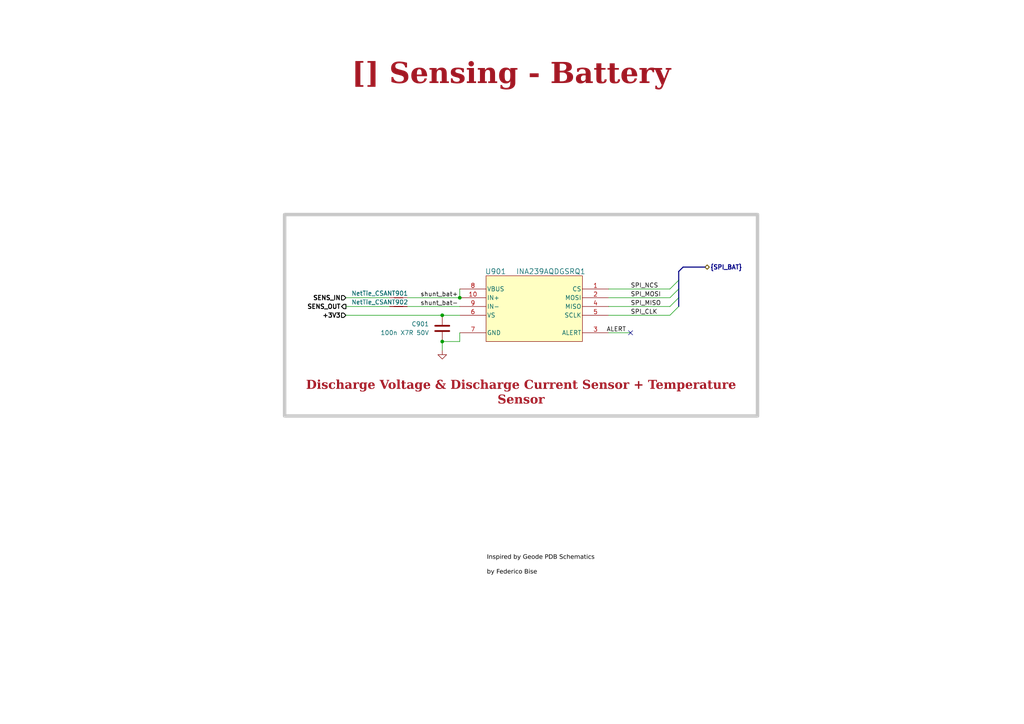
<source format=kicad_sch>
(kicad_sch (version 20231120) (generator "eeschema") (generator_version "8.0")
  (paper "A4")
  (title_block (title "Sensing - Battery") (date "Last Modified Date") (rev "${REVISION}") (company "${COMPANY}"))
  (lib_symbols
    (symbol "Charge_Manager_SYM:INA239AQDGSRQ1" (pin_names (offset 0.254))
      (property "Reference" "U901" (at 32.766 5.08 0))
      (property "Value" "INA239AQDGSRQ1" (at 16.764 5.08 0))
      (symbol "INA239AQDGSRQ1_0_1"
        (pin input line (at 0 0 0) (length 7.62) (name "CS") (number "1"))
        (pin input line (at 43.18 -2.54 180) (length 7.62) (name "IN+") (number "10"))
        (pin input line (at 0 -2.54 0) (length 7.62) (name "MOSI") (number "2"))
        (pin output line (at 0 -12.7 0) (length 7.62) (name "ALERT") (number "3"))
        (pin output line (at 0 -5.08 0) (length 7.62) (name "MISO") (number "4"))
        (pin input line (at 0 -7.62 0) (length 7.62) (name "SCLK") (number "5"))
        (pin power_in line (at 43.18 -7.62 180) (length 7.62) (name "VS") (number "6"))
        (pin power_out line (at 43.18 -12.7 180) (length 7.62) (name "GND") (number "7"))
        (pin input line (at 43.18 0 180) (length 7.62) (name "VBUS") (number "8"))
        (pin input line (at 43.18 -5.08 180) (length 7.62) (name "IN-") (number "9"))
      )
      (symbol "INA239AQDGSRQ1_1_1"
        (rectangle (start 7.62 3.81) (end 35.56 -15.24) (fill (type background)))
      )
    )
    (symbol "Device:C" (pin_numbers hide) (pin_names (offset 0.254))
      (property "Reference" "C" (at 0.635 2.54 0))
      (property "Value" "C" (at 0.635 -2.54 0))
      (symbol "C_0_1"
        (polyline (pts (xy -2.032 -0.762) (xy 2.032 -0.762)) (stroke (width 0.508)))
        (polyline (pts (xy -2.032 0.762) (xy 2.032 0.762)) (stroke (width 0.508)))
      )
      (symbol "C_1_1"
        (pin passive line (at 0 3.81 270) (length 2.794) (name "~") (number "1"))
        (pin passive line (at 0 -3.81 90) (length 2.794) (name "~") (number "2"))
      )
    )
    (symbol "Device:NetTie_2" (pin_numbers hide) (pin_names (offset 0) hide) (in_bom no)
      (property "Reference" "NT" (at 0 1.27 0))
      (property "Value" "NetTie_2" (at 0 -1.27 0))
      (symbol "NetTie_2_0_1"
        (polyline (pts (xy -1.27 0) (xy 1.27 0)) (stroke (width 0.254)))
      )
      (symbol "NetTie_2_1_1"
        (pin passive line (at -2.54 0 0) (length 2.54) (name "1") (number "1"))
        (pin passive line (at 2.54 0 180) (length 2.54) (name "2") (number "2"))
      )
    )
    (symbol "power:GND" (power) (pin_numbers hide) (pin_names (offset 0) hide)
      (property "Value" "GND" (at 0 -3.81 0))
      (symbol "GND_0_1"
        (polyline (pts (xy 0 0) (xy 0 -1.27) (xy 1.27 -1.27) (xy 0 -2.54) (xy -1.27 -1.27) (xy 0 -1.27)))
      )
      (symbol "GND_1_1"
        (pin power_in line (at 0 0 270) (length 0) (name "~") (number "1"))
      )
    )
  )
  (junction (at 128.27 91.44))
  (junction (at 128.27 99.06))
  (junction (at 133.35 86.36))
  (no_connect (at 182.88 96.52))
  (bus_entry (at 196.85 81.28) (size -2.54 2.54))
  (bus_entry (at 196.85 86.36) (size -2.54 2.54))
  (bus_entry (at 196.85 83.82) (size -2.54 2.54))
  (bus_entry (at 196.85 88.9) (size -2.54 2.54))
  (wire (pts (xy 100.33 91.44) (xy 128.27 91.44)))
  (wire (pts (xy 100.33 88.9) (xy 113.03 88.9)))
  (wire (pts (xy 133.35 83.82) (xy 133.35 86.36)))
  (bus (pts (xy 196.85 78.74) (xy 196.85 81.28)))
  (wire (pts (xy 100.33 86.36) (xy 113.03 86.36)))
  (wire (pts (xy 176.53 86.36) (xy 194.31 86.36)))
  (bus (pts (xy 196.85 86.36) (xy 196.85 83.82)))
  (bus (pts (xy 196.85 88.9) (xy 196.85 86.36)))
  (bus (pts (xy 196.85 83.82) (xy 196.85 81.28)))
  (wire (pts (xy 176.53 83.82) (xy 194.31 83.82)))
  (wire (pts (xy 176.53 91.44) (xy 194.31 91.44)))
  (wire (pts (xy 128.27 91.44) (xy 133.35 91.44)))
  (wire (pts (xy 133.35 96.52) (xy 133.35 99.06)))
  (wire (pts (xy 133.35 99.06) (xy 128.27 99.06)))
  (wire (pts (xy 128.27 99.06) (xy 128.27 101.6)))
  (wire (pts (xy 118.11 86.36) (xy 133.35 86.36)))
  (bus (pts (xy 198.12 77.47) (xy 196.85 78.74)))
  (bus (pts (xy 198.12 77.47) (xy 204.47 77.47)))
  (wire (pts (xy 176.53 88.9) (xy 194.31 88.9)))
  (wire (pts (xy 118.11 88.9) (xy 133.35 88.9)))
  (wire (pts (xy 182.88 96.52) (xy 176.53 96.52)))
  (rectangle (start 82.55 62.23) (end 219.71 120.65) (stroke (width 1) (color 200 200 200 1)))
  (text_box "[${#}] ${TITLE}" (at 9.525 15.24 0) (size 277.495 12.7) (stroke (width -0.0001)) (effects (font (size 6 6) (thickness 1.2) (bold yes))))
  (text_box "Discharge Voltage & Discharge Current Sensor + Temperature Sensor" (at 82.55 111.76 0) (size 137.16 7.62) (stroke (width -0.0001)) (effects (font (size 2.54 2.54) (thickness 0.508) (bold yes)) (justify bottom)))
  (text "Inspired by Geode PDB Schematics\n\nby Federico Bise" (at 141.224 167.132 0) (effects (font (size 1.27 1.27)) (justify left bottom)))
  (label "SPI_MISO" (at 182.88 88.9 0) (effects (font (thickness 0.1588))))
  (label "SPI_CLK" (at 182.88 91.44 0) (effects (font (thickness 0.1588))))
  (label "SPI_NCS" (at 182.88 83.82 0) (effects (font (thickness 0.1588))))
  (label "SPI_MOSI" (at 182.88 86.36 0) (effects (font (thickness 0.1588))))
  (label "ALERT" (at 181.61 96.52 180) (effects (font (thickness 0.1588))))
  (label "shunt_bat-" (at 121.92 88.9 0) (effects (font (thickness 0.1588))))
  (label "shunt_bat+" (at 121.92 86.36 0) (effects (font (thickness 0.1588))))
  (hierarchical_label "SENS_OUT" (shape output) (at 100.33 88.9 180) (effects (font (thickness 0.254) (bold yes))) (property "Netclass" "+VBAT" (effects (hide yes))))
  (hierarchical_label "{SPI_BAT}" (shape bidirectional) (at 204.47 77.47 0) (effects (font (thickness 0.254) (bold yes))))
  (hierarchical_label "+3V3" (shape input) (at 100.33 91.44 180) (effects (font (thickness 0.254) (bold yes))) (property "Netclass" "+3V3" (effects (hide yes))))
  (hierarchical_label "SENS_IN" (shape input) (at 100.33 86.36 180) (effects (font (thickness 0.254) (bold yes))) (property "Netclass" "+VBAT" (effects (hide yes))))
  (symbol (lib_id "Device:C") (at 128.27 95.25 0) (unit 1)
    (property "Reference" "C901" (at 124.46 93.98 0) (effects (justify right)))
    (property "Value" "100n X7R 50V" (at 124.46 96.52 0) (effects (justify right)))
    (property "Footprint" "Capacitor_SMD:C_0402_1005Metric" (effects (hide yes)))
    (property "Datasheet" "https://www.mouser.ch/datasheet/2/396/taiyo_yuden_12132018_mlcc11_hq_e-1510082.pdf" (effects (hide yes)))
    (property "Description" "Unpolarized capacitor" (effects (hide yes)))
    (property "Manufacturer Part Number" "UMK105B7104KVHF" (effects (hide yes)))
    (property "Supplier" "Mouser Electronics" (effects (hide yes)))
    (property "Manufacturer" "TAIYO YUDEN" (effects (hide yes)))
    (property "Supplier Part Number" "963-UMK105B7104KVHF" (effects (hide yes)))
  )
  (symbol (lib_id "Device:NetTie_2") (at 115.57 86.36 0) (unit 1) (in_bom no)
    (property "Reference" "NT901" (at 115.316 85.09 0))
    (property "Value" "NetTie_CSA" (at 107.188 85.09 0))
    (property "Footprint" "NetTie:NetTie-2_SMD_Pad0.5mm" (effects (hide yes)))
    (property "Description" "Net tie, 2 pins" (effects (hide yes)))
  )
  (symbol (lib_id "Device:NetTie_2") (at 115.57 88.9 0) (unit 1) (in_bom no)
    (property "Reference" "NT902" (at 115.316 87.63 0))
    (property "Value" "NetTie_CSA" (at 107.188 87.63 0))
    (property "Footprint" "NetTie:NetTie-2_SMD_Pad0.5mm" (effects (hide yes)))
    (property "Description" "Net tie, 2 pins" (effects (hide yes)))
  )
  (symbol (lib_id "power:GND") (at 128.27 101.6 0) (mirror y) (unit 1)
    (property "Reference" "#PWR0901" (effects (hide yes)))
    (property "Value" "GND" (effects (hide yes)))
    (property "Description" "Power symbol creates a global label with name \"GND\" , ground" (effects (hide yes)))
  )
  (symbol (lib_id "Charge_Manager_SYM:INA239AQDGSRQ1") (at 176.53 83.82 0) (mirror y) (unit 1)
    (property "Reference" "U901" (at 143.764 78.74 0) (effects (font (size 1.524 1.524))))
    (property "Value" "INA239AQDGSRQ1" (at 159.766 78.74 0) (effects (font (size 1.524 1.524))))
    (property "Footprint" "Charge_Manager_FP:INA239AQDGSRQ1" (effects (hide yes)))
    (property "Datasheet" "https://www.ti.com/lit/ds/symlink/ina239-q1.pdf?ts=1728748551604" (effects (hide yes)))
    (property "Description" "Contrôleurs et régulateurs de courant et de puissance AEC-Q100, 85-V, 16-bit, high-precision, SPI output current/voltage/power monitor 10-VSSOP -40 to 125" (effects (hide yes)))
    (property "Manufacturer Part Number" "INA239AQDGSRQ1" (effects (hide yes)))
    (property "Manufacturer" "Texas Instruments" (effects (hide yes)))
    (property "Supplier Part Number" "595-INA239AQDGSRQ1" (effects (hide yes)))
    (property "Supplier" "Mouser Electronics" (effects (hide yes)))
  )
)
</source>
